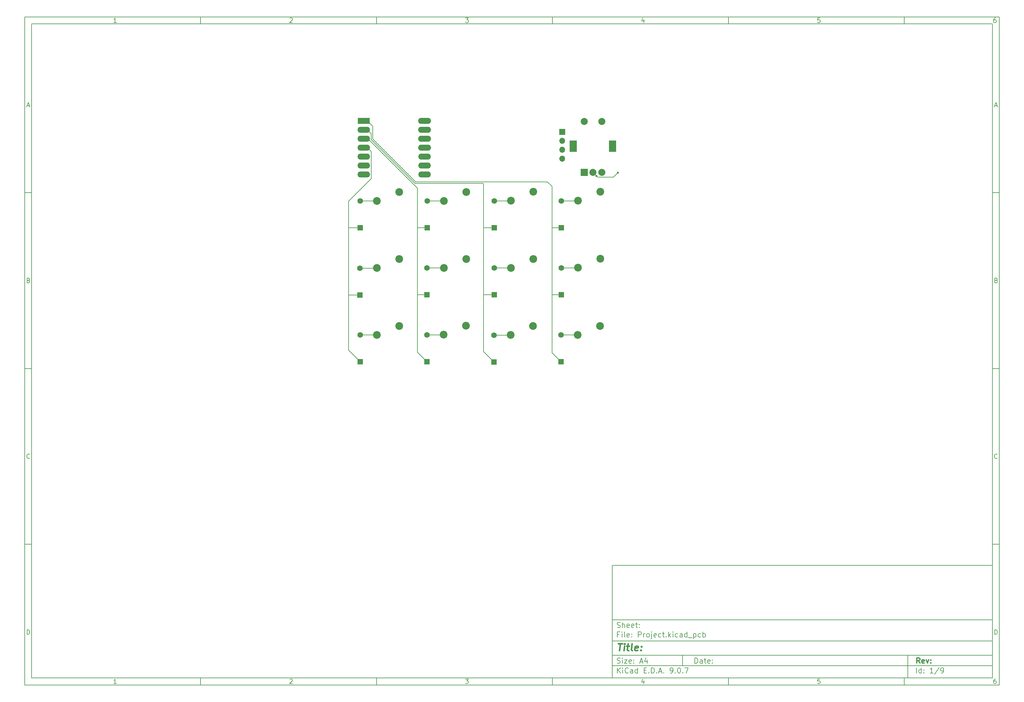
<source format=gtl>
%TF.GenerationSoftware,KiCad,Pcbnew,9.0.7*%
%TF.CreationDate,2026-02-26T16:53:45+05:30*%
%TF.ProjectId,Project,50726f6a-6563-4742-9e6b-696361645f70,rev?*%
%TF.SameCoordinates,Original*%
%TF.FileFunction,Copper,L1,Top*%
%TF.FilePolarity,Positive*%
%FSLAX46Y46*%
G04 Gerber Fmt 4.6, Leading zero omitted, Abs format (unit mm)*
G04 Created by KiCad (PCBNEW 9.0.7) date 2026-02-26 16:53:45*
%MOMM*%
%LPD*%
G01*
G04 APERTURE LIST*
G04 Aperture macros list*
%AMRoundRect*
0 Rectangle with rounded corners*
0 $1 Rounding radius*
0 $2 $3 $4 $5 $6 $7 $8 $9 X,Y pos of 4 corners*
0 Add a 4 corners polygon primitive as box body*
4,1,4,$2,$3,$4,$5,$6,$7,$8,$9,$2,$3,0*
0 Add four circle primitives for the rounded corners*
1,1,$1+$1,$2,$3*
1,1,$1+$1,$4,$5*
1,1,$1+$1,$6,$7*
1,1,$1+$1,$8,$9*
0 Add four rect primitives between the rounded corners*
20,1,$1+$1,$2,$3,$4,$5,0*
20,1,$1+$1,$4,$5,$6,$7,0*
20,1,$1+$1,$6,$7,$8,$9,0*
20,1,$1+$1,$8,$9,$2,$3,0*%
G04 Aperture macros list end*
%ADD10C,0.100000*%
%ADD11C,0.150000*%
%ADD12C,0.300000*%
%ADD13C,0.400000*%
%TA.AperFunction,ComponentPad*%
%ADD14C,1.600000*%
%TD*%
%TA.AperFunction,ComponentPad*%
%ADD15RoundRect,0.250000X0.550000X-0.550000X0.550000X0.550000X-0.550000X0.550000X-0.550000X-0.550000X0*%
%TD*%
%TA.AperFunction,ComponentPad*%
%ADD16C,2.200000*%
%TD*%
%TA.AperFunction,ComponentPad*%
%ADD17R,1.700000X1.700000*%
%TD*%
%TA.AperFunction,ComponentPad*%
%ADD18O,1.700000X1.700000*%
%TD*%
%TA.AperFunction,ComponentPad*%
%ADD19R,3.500000X1.700000*%
%TD*%
%TA.AperFunction,ComponentPad*%
%ADD20O,3.600000X1.700000*%
%TD*%
%TA.AperFunction,ComponentPad*%
%ADD21O,3.700000X1.700000*%
%TD*%
%TA.AperFunction,ComponentPad*%
%ADD22R,2.000000X2.000000*%
%TD*%
%TA.AperFunction,ComponentPad*%
%ADD23C,2.000000*%
%TD*%
%TA.AperFunction,ComponentPad*%
%ADD24R,2.000000X3.200000*%
%TD*%
%TA.AperFunction,ViaPad*%
%ADD25C,0.600000*%
%TD*%
%TA.AperFunction,Conductor*%
%ADD26C,0.200000*%
%TD*%
G04 APERTURE END LIST*
D10*
D11*
X177002200Y-166007200D02*
X285002200Y-166007200D01*
X285002200Y-198007200D01*
X177002200Y-198007200D01*
X177002200Y-166007200D01*
D10*
D11*
X10000000Y-10000000D02*
X287002200Y-10000000D01*
X287002200Y-200007200D01*
X10000000Y-200007200D01*
X10000000Y-10000000D01*
D10*
D11*
X12000000Y-12000000D02*
X285002200Y-12000000D01*
X285002200Y-198007200D01*
X12000000Y-198007200D01*
X12000000Y-12000000D01*
D10*
D11*
X60000000Y-12000000D02*
X60000000Y-10000000D01*
D10*
D11*
X110000000Y-12000000D02*
X110000000Y-10000000D01*
D10*
D11*
X160000000Y-12000000D02*
X160000000Y-10000000D01*
D10*
D11*
X210000000Y-12000000D02*
X210000000Y-10000000D01*
D10*
D11*
X260000000Y-12000000D02*
X260000000Y-10000000D01*
D10*
D11*
X36089160Y-11593604D02*
X35346303Y-11593604D01*
X35717731Y-11593604D02*
X35717731Y-10293604D01*
X35717731Y-10293604D02*
X35593922Y-10479319D01*
X35593922Y-10479319D02*
X35470112Y-10603128D01*
X35470112Y-10603128D02*
X35346303Y-10665033D01*
D10*
D11*
X85346303Y-10417414D02*
X85408207Y-10355509D01*
X85408207Y-10355509D02*
X85532017Y-10293604D01*
X85532017Y-10293604D02*
X85841541Y-10293604D01*
X85841541Y-10293604D02*
X85965350Y-10355509D01*
X85965350Y-10355509D02*
X86027255Y-10417414D01*
X86027255Y-10417414D02*
X86089160Y-10541223D01*
X86089160Y-10541223D02*
X86089160Y-10665033D01*
X86089160Y-10665033D02*
X86027255Y-10850747D01*
X86027255Y-10850747D02*
X85284398Y-11593604D01*
X85284398Y-11593604D02*
X86089160Y-11593604D01*
D10*
D11*
X135284398Y-10293604D02*
X136089160Y-10293604D01*
X136089160Y-10293604D02*
X135655826Y-10788842D01*
X135655826Y-10788842D02*
X135841541Y-10788842D01*
X135841541Y-10788842D02*
X135965350Y-10850747D01*
X135965350Y-10850747D02*
X136027255Y-10912652D01*
X136027255Y-10912652D02*
X136089160Y-11036461D01*
X136089160Y-11036461D02*
X136089160Y-11345985D01*
X136089160Y-11345985D02*
X136027255Y-11469795D01*
X136027255Y-11469795D02*
X135965350Y-11531700D01*
X135965350Y-11531700D02*
X135841541Y-11593604D01*
X135841541Y-11593604D02*
X135470112Y-11593604D01*
X135470112Y-11593604D02*
X135346303Y-11531700D01*
X135346303Y-11531700D02*
X135284398Y-11469795D01*
D10*
D11*
X185965350Y-10726938D02*
X185965350Y-11593604D01*
X185655826Y-10231700D02*
X185346303Y-11160271D01*
X185346303Y-11160271D02*
X186151064Y-11160271D01*
D10*
D11*
X236027255Y-10293604D02*
X235408207Y-10293604D01*
X235408207Y-10293604D02*
X235346303Y-10912652D01*
X235346303Y-10912652D02*
X235408207Y-10850747D01*
X235408207Y-10850747D02*
X235532017Y-10788842D01*
X235532017Y-10788842D02*
X235841541Y-10788842D01*
X235841541Y-10788842D02*
X235965350Y-10850747D01*
X235965350Y-10850747D02*
X236027255Y-10912652D01*
X236027255Y-10912652D02*
X236089160Y-11036461D01*
X236089160Y-11036461D02*
X236089160Y-11345985D01*
X236089160Y-11345985D02*
X236027255Y-11469795D01*
X236027255Y-11469795D02*
X235965350Y-11531700D01*
X235965350Y-11531700D02*
X235841541Y-11593604D01*
X235841541Y-11593604D02*
X235532017Y-11593604D01*
X235532017Y-11593604D02*
X235408207Y-11531700D01*
X235408207Y-11531700D02*
X235346303Y-11469795D01*
D10*
D11*
X285965350Y-10293604D02*
X285717731Y-10293604D01*
X285717731Y-10293604D02*
X285593922Y-10355509D01*
X285593922Y-10355509D02*
X285532017Y-10417414D01*
X285532017Y-10417414D02*
X285408207Y-10603128D01*
X285408207Y-10603128D02*
X285346303Y-10850747D01*
X285346303Y-10850747D02*
X285346303Y-11345985D01*
X285346303Y-11345985D02*
X285408207Y-11469795D01*
X285408207Y-11469795D02*
X285470112Y-11531700D01*
X285470112Y-11531700D02*
X285593922Y-11593604D01*
X285593922Y-11593604D02*
X285841541Y-11593604D01*
X285841541Y-11593604D02*
X285965350Y-11531700D01*
X285965350Y-11531700D02*
X286027255Y-11469795D01*
X286027255Y-11469795D02*
X286089160Y-11345985D01*
X286089160Y-11345985D02*
X286089160Y-11036461D01*
X286089160Y-11036461D02*
X286027255Y-10912652D01*
X286027255Y-10912652D02*
X285965350Y-10850747D01*
X285965350Y-10850747D02*
X285841541Y-10788842D01*
X285841541Y-10788842D02*
X285593922Y-10788842D01*
X285593922Y-10788842D02*
X285470112Y-10850747D01*
X285470112Y-10850747D02*
X285408207Y-10912652D01*
X285408207Y-10912652D02*
X285346303Y-11036461D01*
D10*
D11*
X60000000Y-198007200D02*
X60000000Y-200007200D01*
D10*
D11*
X110000000Y-198007200D02*
X110000000Y-200007200D01*
D10*
D11*
X160000000Y-198007200D02*
X160000000Y-200007200D01*
D10*
D11*
X210000000Y-198007200D02*
X210000000Y-200007200D01*
D10*
D11*
X260000000Y-198007200D02*
X260000000Y-200007200D01*
D10*
D11*
X36089160Y-199600804D02*
X35346303Y-199600804D01*
X35717731Y-199600804D02*
X35717731Y-198300804D01*
X35717731Y-198300804D02*
X35593922Y-198486519D01*
X35593922Y-198486519D02*
X35470112Y-198610328D01*
X35470112Y-198610328D02*
X35346303Y-198672233D01*
D10*
D11*
X85346303Y-198424614D02*
X85408207Y-198362709D01*
X85408207Y-198362709D02*
X85532017Y-198300804D01*
X85532017Y-198300804D02*
X85841541Y-198300804D01*
X85841541Y-198300804D02*
X85965350Y-198362709D01*
X85965350Y-198362709D02*
X86027255Y-198424614D01*
X86027255Y-198424614D02*
X86089160Y-198548423D01*
X86089160Y-198548423D02*
X86089160Y-198672233D01*
X86089160Y-198672233D02*
X86027255Y-198857947D01*
X86027255Y-198857947D02*
X85284398Y-199600804D01*
X85284398Y-199600804D02*
X86089160Y-199600804D01*
D10*
D11*
X135284398Y-198300804D02*
X136089160Y-198300804D01*
X136089160Y-198300804D02*
X135655826Y-198796042D01*
X135655826Y-198796042D02*
X135841541Y-198796042D01*
X135841541Y-198796042D02*
X135965350Y-198857947D01*
X135965350Y-198857947D02*
X136027255Y-198919852D01*
X136027255Y-198919852D02*
X136089160Y-199043661D01*
X136089160Y-199043661D02*
X136089160Y-199353185D01*
X136089160Y-199353185D02*
X136027255Y-199476995D01*
X136027255Y-199476995D02*
X135965350Y-199538900D01*
X135965350Y-199538900D02*
X135841541Y-199600804D01*
X135841541Y-199600804D02*
X135470112Y-199600804D01*
X135470112Y-199600804D02*
X135346303Y-199538900D01*
X135346303Y-199538900D02*
X135284398Y-199476995D01*
D10*
D11*
X185965350Y-198734138D02*
X185965350Y-199600804D01*
X185655826Y-198238900D02*
X185346303Y-199167471D01*
X185346303Y-199167471D02*
X186151064Y-199167471D01*
D10*
D11*
X236027255Y-198300804D02*
X235408207Y-198300804D01*
X235408207Y-198300804D02*
X235346303Y-198919852D01*
X235346303Y-198919852D02*
X235408207Y-198857947D01*
X235408207Y-198857947D02*
X235532017Y-198796042D01*
X235532017Y-198796042D02*
X235841541Y-198796042D01*
X235841541Y-198796042D02*
X235965350Y-198857947D01*
X235965350Y-198857947D02*
X236027255Y-198919852D01*
X236027255Y-198919852D02*
X236089160Y-199043661D01*
X236089160Y-199043661D02*
X236089160Y-199353185D01*
X236089160Y-199353185D02*
X236027255Y-199476995D01*
X236027255Y-199476995D02*
X235965350Y-199538900D01*
X235965350Y-199538900D02*
X235841541Y-199600804D01*
X235841541Y-199600804D02*
X235532017Y-199600804D01*
X235532017Y-199600804D02*
X235408207Y-199538900D01*
X235408207Y-199538900D02*
X235346303Y-199476995D01*
D10*
D11*
X285965350Y-198300804D02*
X285717731Y-198300804D01*
X285717731Y-198300804D02*
X285593922Y-198362709D01*
X285593922Y-198362709D02*
X285532017Y-198424614D01*
X285532017Y-198424614D02*
X285408207Y-198610328D01*
X285408207Y-198610328D02*
X285346303Y-198857947D01*
X285346303Y-198857947D02*
X285346303Y-199353185D01*
X285346303Y-199353185D02*
X285408207Y-199476995D01*
X285408207Y-199476995D02*
X285470112Y-199538900D01*
X285470112Y-199538900D02*
X285593922Y-199600804D01*
X285593922Y-199600804D02*
X285841541Y-199600804D01*
X285841541Y-199600804D02*
X285965350Y-199538900D01*
X285965350Y-199538900D02*
X286027255Y-199476995D01*
X286027255Y-199476995D02*
X286089160Y-199353185D01*
X286089160Y-199353185D02*
X286089160Y-199043661D01*
X286089160Y-199043661D02*
X286027255Y-198919852D01*
X286027255Y-198919852D02*
X285965350Y-198857947D01*
X285965350Y-198857947D02*
X285841541Y-198796042D01*
X285841541Y-198796042D02*
X285593922Y-198796042D01*
X285593922Y-198796042D02*
X285470112Y-198857947D01*
X285470112Y-198857947D02*
X285408207Y-198919852D01*
X285408207Y-198919852D02*
X285346303Y-199043661D01*
D10*
D11*
X10000000Y-60000000D02*
X12000000Y-60000000D01*
D10*
D11*
X10000000Y-110000000D02*
X12000000Y-110000000D01*
D10*
D11*
X10000000Y-160000000D02*
X12000000Y-160000000D01*
D10*
D11*
X10690476Y-35222176D02*
X11309523Y-35222176D01*
X10566666Y-35593604D02*
X10999999Y-34293604D01*
X10999999Y-34293604D02*
X11433333Y-35593604D01*
D10*
D11*
X11092857Y-84912652D02*
X11278571Y-84974557D01*
X11278571Y-84974557D02*
X11340476Y-85036461D01*
X11340476Y-85036461D02*
X11402380Y-85160271D01*
X11402380Y-85160271D02*
X11402380Y-85345985D01*
X11402380Y-85345985D02*
X11340476Y-85469795D01*
X11340476Y-85469795D02*
X11278571Y-85531700D01*
X11278571Y-85531700D02*
X11154761Y-85593604D01*
X11154761Y-85593604D02*
X10659523Y-85593604D01*
X10659523Y-85593604D02*
X10659523Y-84293604D01*
X10659523Y-84293604D02*
X11092857Y-84293604D01*
X11092857Y-84293604D02*
X11216666Y-84355509D01*
X11216666Y-84355509D02*
X11278571Y-84417414D01*
X11278571Y-84417414D02*
X11340476Y-84541223D01*
X11340476Y-84541223D02*
X11340476Y-84665033D01*
X11340476Y-84665033D02*
X11278571Y-84788842D01*
X11278571Y-84788842D02*
X11216666Y-84850747D01*
X11216666Y-84850747D02*
X11092857Y-84912652D01*
X11092857Y-84912652D02*
X10659523Y-84912652D01*
D10*
D11*
X11402380Y-135469795D02*
X11340476Y-135531700D01*
X11340476Y-135531700D02*
X11154761Y-135593604D01*
X11154761Y-135593604D02*
X11030952Y-135593604D01*
X11030952Y-135593604D02*
X10845238Y-135531700D01*
X10845238Y-135531700D02*
X10721428Y-135407890D01*
X10721428Y-135407890D02*
X10659523Y-135284080D01*
X10659523Y-135284080D02*
X10597619Y-135036461D01*
X10597619Y-135036461D02*
X10597619Y-134850747D01*
X10597619Y-134850747D02*
X10659523Y-134603128D01*
X10659523Y-134603128D02*
X10721428Y-134479319D01*
X10721428Y-134479319D02*
X10845238Y-134355509D01*
X10845238Y-134355509D02*
X11030952Y-134293604D01*
X11030952Y-134293604D02*
X11154761Y-134293604D01*
X11154761Y-134293604D02*
X11340476Y-134355509D01*
X11340476Y-134355509D02*
X11402380Y-134417414D01*
D10*
D11*
X10659523Y-185593604D02*
X10659523Y-184293604D01*
X10659523Y-184293604D02*
X10969047Y-184293604D01*
X10969047Y-184293604D02*
X11154761Y-184355509D01*
X11154761Y-184355509D02*
X11278571Y-184479319D01*
X11278571Y-184479319D02*
X11340476Y-184603128D01*
X11340476Y-184603128D02*
X11402380Y-184850747D01*
X11402380Y-184850747D02*
X11402380Y-185036461D01*
X11402380Y-185036461D02*
X11340476Y-185284080D01*
X11340476Y-185284080D02*
X11278571Y-185407890D01*
X11278571Y-185407890D02*
X11154761Y-185531700D01*
X11154761Y-185531700D02*
X10969047Y-185593604D01*
X10969047Y-185593604D02*
X10659523Y-185593604D01*
D10*
D11*
X287002200Y-60000000D02*
X285002200Y-60000000D01*
D10*
D11*
X287002200Y-110000000D02*
X285002200Y-110000000D01*
D10*
D11*
X287002200Y-160000000D02*
X285002200Y-160000000D01*
D10*
D11*
X285692676Y-35222176D02*
X286311723Y-35222176D01*
X285568866Y-35593604D02*
X286002199Y-34293604D01*
X286002199Y-34293604D02*
X286435533Y-35593604D01*
D10*
D11*
X286095057Y-84912652D02*
X286280771Y-84974557D01*
X286280771Y-84974557D02*
X286342676Y-85036461D01*
X286342676Y-85036461D02*
X286404580Y-85160271D01*
X286404580Y-85160271D02*
X286404580Y-85345985D01*
X286404580Y-85345985D02*
X286342676Y-85469795D01*
X286342676Y-85469795D02*
X286280771Y-85531700D01*
X286280771Y-85531700D02*
X286156961Y-85593604D01*
X286156961Y-85593604D02*
X285661723Y-85593604D01*
X285661723Y-85593604D02*
X285661723Y-84293604D01*
X285661723Y-84293604D02*
X286095057Y-84293604D01*
X286095057Y-84293604D02*
X286218866Y-84355509D01*
X286218866Y-84355509D02*
X286280771Y-84417414D01*
X286280771Y-84417414D02*
X286342676Y-84541223D01*
X286342676Y-84541223D02*
X286342676Y-84665033D01*
X286342676Y-84665033D02*
X286280771Y-84788842D01*
X286280771Y-84788842D02*
X286218866Y-84850747D01*
X286218866Y-84850747D02*
X286095057Y-84912652D01*
X286095057Y-84912652D02*
X285661723Y-84912652D01*
D10*
D11*
X286404580Y-135469795D02*
X286342676Y-135531700D01*
X286342676Y-135531700D02*
X286156961Y-135593604D01*
X286156961Y-135593604D02*
X286033152Y-135593604D01*
X286033152Y-135593604D02*
X285847438Y-135531700D01*
X285847438Y-135531700D02*
X285723628Y-135407890D01*
X285723628Y-135407890D02*
X285661723Y-135284080D01*
X285661723Y-135284080D02*
X285599819Y-135036461D01*
X285599819Y-135036461D02*
X285599819Y-134850747D01*
X285599819Y-134850747D02*
X285661723Y-134603128D01*
X285661723Y-134603128D02*
X285723628Y-134479319D01*
X285723628Y-134479319D02*
X285847438Y-134355509D01*
X285847438Y-134355509D02*
X286033152Y-134293604D01*
X286033152Y-134293604D02*
X286156961Y-134293604D01*
X286156961Y-134293604D02*
X286342676Y-134355509D01*
X286342676Y-134355509D02*
X286404580Y-134417414D01*
D10*
D11*
X285661723Y-185593604D02*
X285661723Y-184293604D01*
X285661723Y-184293604D02*
X285971247Y-184293604D01*
X285971247Y-184293604D02*
X286156961Y-184355509D01*
X286156961Y-184355509D02*
X286280771Y-184479319D01*
X286280771Y-184479319D02*
X286342676Y-184603128D01*
X286342676Y-184603128D02*
X286404580Y-184850747D01*
X286404580Y-184850747D02*
X286404580Y-185036461D01*
X286404580Y-185036461D02*
X286342676Y-185284080D01*
X286342676Y-185284080D02*
X286280771Y-185407890D01*
X286280771Y-185407890D02*
X286156961Y-185531700D01*
X286156961Y-185531700D02*
X285971247Y-185593604D01*
X285971247Y-185593604D02*
X285661723Y-185593604D01*
D10*
D11*
X200458026Y-193793328D02*
X200458026Y-192293328D01*
X200458026Y-192293328D02*
X200815169Y-192293328D01*
X200815169Y-192293328D02*
X201029455Y-192364757D01*
X201029455Y-192364757D02*
X201172312Y-192507614D01*
X201172312Y-192507614D02*
X201243741Y-192650471D01*
X201243741Y-192650471D02*
X201315169Y-192936185D01*
X201315169Y-192936185D02*
X201315169Y-193150471D01*
X201315169Y-193150471D02*
X201243741Y-193436185D01*
X201243741Y-193436185D02*
X201172312Y-193579042D01*
X201172312Y-193579042D02*
X201029455Y-193721900D01*
X201029455Y-193721900D02*
X200815169Y-193793328D01*
X200815169Y-193793328D02*
X200458026Y-193793328D01*
X202600884Y-193793328D02*
X202600884Y-193007614D01*
X202600884Y-193007614D02*
X202529455Y-192864757D01*
X202529455Y-192864757D02*
X202386598Y-192793328D01*
X202386598Y-192793328D02*
X202100884Y-192793328D01*
X202100884Y-192793328D02*
X201958026Y-192864757D01*
X202600884Y-193721900D02*
X202458026Y-193793328D01*
X202458026Y-193793328D02*
X202100884Y-193793328D01*
X202100884Y-193793328D02*
X201958026Y-193721900D01*
X201958026Y-193721900D02*
X201886598Y-193579042D01*
X201886598Y-193579042D02*
X201886598Y-193436185D01*
X201886598Y-193436185D02*
X201958026Y-193293328D01*
X201958026Y-193293328D02*
X202100884Y-193221900D01*
X202100884Y-193221900D02*
X202458026Y-193221900D01*
X202458026Y-193221900D02*
X202600884Y-193150471D01*
X203100884Y-192793328D02*
X203672312Y-192793328D01*
X203315169Y-192293328D02*
X203315169Y-193579042D01*
X203315169Y-193579042D02*
X203386598Y-193721900D01*
X203386598Y-193721900D02*
X203529455Y-193793328D01*
X203529455Y-193793328D02*
X203672312Y-193793328D01*
X204743741Y-193721900D02*
X204600884Y-193793328D01*
X204600884Y-193793328D02*
X204315170Y-193793328D01*
X204315170Y-193793328D02*
X204172312Y-193721900D01*
X204172312Y-193721900D02*
X204100884Y-193579042D01*
X204100884Y-193579042D02*
X204100884Y-193007614D01*
X204100884Y-193007614D02*
X204172312Y-192864757D01*
X204172312Y-192864757D02*
X204315170Y-192793328D01*
X204315170Y-192793328D02*
X204600884Y-192793328D01*
X204600884Y-192793328D02*
X204743741Y-192864757D01*
X204743741Y-192864757D02*
X204815170Y-193007614D01*
X204815170Y-193007614D02*
X204815170Y-193150471D01*
X204815170Y-193150471D02*
X204100884Y-193293328D01*
X205458026Y-193650471D02*
X205529455Y-193721900D01*
X205529455Y-193721900D02*
X205458026Y-193793328D01*
X205458026Y-193793328D02*
X205386598Y-193721900D01*
X205386598Y-193721900D02*
X205458026Y-193650471D01*
X205458026Y-193650471D02*
X205458026Y-193793328D01*
X205458026Y-192864757D02*
X205529455Y-192936185D01*
X205529455Y-192936185D02*
X205458026Y-193007614D01*
X205458026Y-193007614D02*
X205386598Y-192936185D01*
X205386598Y-192936185D02*
X205458026Y-192864757D01*
X205458026Y-192864757D02*
X205458026Y-193007614D01*
D10*
D11*
X177002200Y-194507200D02*
X285002200Y-194507200D01*
D10*
D11*
X178458026Y-196593328D02*
X178458026Y-195093328D01*
X179315169Y-196593328D02*
X178672312Y-195736185D01*
X179315169Y-195093328D02*
X178458026Y-195950471D01*
X179958026Y-196593328D02*
X179958026Y-195593328D01*
X179958026Y-195093328D02*
X179886598Y-195164757D01*
X179886598Y-195164757D02*
X179958026Y-195236185D01*
X179958026Y-195236185D02*
X180029455Y-195164757D01*
X180029455Y-195164757D02*
X179958026Y-195093328D01*
X179958026Y-195093328D02*
X179958026Y-195236185D01*
X181529455Y-196450471D02*
X181458027Y-196521900D01*
X181458027Y-196521900D02*
X181243741Y-196593328D01*
X181243741Y-196593328D02*
X181100884Y-196593328D01*
X181100884Y-196593328D02*
X180886598Y-196521900D01*
X180886598Y-196521900D02*
X180743741Y-196379042D01*
X180743741Y-196379042D02*
X180672312Y-196236185D01*
X180672312Y-196236185D02*
X180600884Y-195950471D01*
X180600884Y-195950471D02*
X180600884Y-195736185D01*
X180600884Y-195736185D02*
X180672312Y-195450471D01*
X180672312Y-195450471D02*
X180743741Y-195307614D01*
X180743741Y-195307614D02*
X180886598Y-195164757D01*
X180886598Y-195164757D02*
X181100884Y-195093328D01*
X181100884Y-195093328D02*
X181243741Y-195093328D01*
X181243741Y-195093328D02*
X181458027Y-195164757D01*
X181458027Y-195164757D02*
X181529455Y-195236185D01*
X182815170Y-196593328D02*
X182815170Y-195807614D01*
X182815170Y-195807614D02*
X182743741Y-195664757D01*
X182743741Y-195664757D02*
X182600884Y-195593328D01*
X182600884Y-195593328D02*
X182315170Y-195593328D01*
X182315170Y-195593328D02*
X182172312Y-195664757D01*
X182815170Y-196521900D02*
X182672312Y-196593328D01*
X182672312Y-196593328D02*
X182315170Y-196593328D01*
X182315170Y-196593328D02*
X182172312Y-196521900D01*
X182172312Y-196521900D02*
X182100884Y-196379042D01*
X182100884Y-196379042D02*
X182100884Y-196236185D01*
X182100884Y-196236185D02*
X182172312Y-196093328D01*
X182172312Y-196093328D02*
X182315170Y-196021900D01*
X182315170Y-196021900D02*
X182672312Y-196021900D01*
X182672312Y-196021900D02*
X182815170Y-195950471D01*
X184172313Y-196593328D02*
X184172313Y-195093328D01*
X184172313Y-196521900D02*
X184029455Y-196593328D01*
X184029455Y-196593328D02*
X183743741Y-196593328D01*
X183743741Y-196593328D02*
X183600884Y-196521900D01*
X183600884Y-196521900D02*
X183529455Y-196450471D01*
X183529455Y-196450471D02*
X183458027Y-196307614D01*
X183458027Y-196307614D02*
X183458027Y-195879042D01*
X183458027Y-195879042D02*
X183529455Y-195736185D01*
X183529455Y-195736185D02*
X183600884Y-195664757D01*
X183600884Y-195664757D02*
X183743741Y-195593328D01*
X183743741Y-195593328D02*
X184029455Y-195593328D01*
X184029455Y-195593328D02*
X184172313Y-195664757D01*
X186029455Y-195807614D02*
X186529455Y-195807614D01*
X186743741Y-196593328D02*
X186029455Y-196593328D01*
X186029455Y-196593328D02*
X186029455Y-195093328D01*
X186029455Y-195093328D02*
X186743741Y-195093328D01*
X187386598Y-196450471D02*
X187458027Y-196521900D01*
X187458027Y-196521900D02*
X187386598Y-196593328D01*
X187386598Y-196593328D02*
X187315170Y-196521900D01*
X187315170Y-196521900D02*
X187386598Y-196450471D01*
X187386598Y-196450471D02*
X187386598Y-196593328D01*
X188100884Y-196593328D02*
X188100884Y-195093328D01*
X188100884Y-195093328D02*
X188458027Y-195093328D01*
X188458027Y-195093328D02*
X188672313Y-195164757D01*
X188672313Y-195164757D02*
X188815170Y-195307614D01*
X188815170Y-195307614D02*
X188886599Y-195450471D01*
X188886599Y-195450471D02*
X188958027Y-195736185D01*
X188958027Y-195736185D02*
X188958027Y-195950471D01*
X188958027Y-195950471D02*
X188886599Y-196236185D01*
X188886599Y-196236185D02*
X188815170Y-196379042D01*
X188815170Y-196379042D02*
X188672313Y-196521900D01*
X188672313Y-196521900D02*
X188458027Y-196593328D01*
X188458027Y-196593328D02*
X188100884Y-196593328D01*
X189600884Y-196450471D02*
X189672313Y-196521900D01*
X189672313Y-196521900D02*
X189600884Y-196593328D01*
X189600884Y-196593328D02*
X189529456Y-196521900D01*
X189529456Y-196521900D02*
X189600884Y-196450471D01*
X189600884Y-196450471D02*
X189600884Y-196593328D01*
X190243742Y-196164757D02*
X190958028Y-196164757D01*
X190100885Y-196593328D02*
X190600885Y-195093328D01*
X190600885Y-195093328D02*
X191100885Y-196593328D01*
X191600884Y-196450471D02*
X191672313Y-196521900D01*
X191672313Y-196521900D02*
X191600884Y-196593328D01*
X191600884Y-196593328D02*
X191529456Y-196521900D01*
X191529456Y-196521900D02*
X191600884Y-196450471D01*
X191600884Y-196450471D02*
X191600884Y-196593328D01*
X193529456Y-196593328D02*
X193815170Y-196593328D01*
X193815170Y-196593328D02*
X193958027Y-196521900D01*
X193958027Y-196521900D02*
X194029456Y-196450471D01*
X194029456Y-196450471D02*
X194172313Y-196236185D01*
X194172313Y-196236185D02*
X194243742Y-195950471D01*
X194243742Y-195950471D02*
X194243742Y-195379042D01*
X194243742Y-195379042D02*
X194172313Y-195236185D01*
X194172313Y-195236185D02*
X194100885Y-195164757D01*
X194100885Y-195164757D02*
X193958027Y-195093328D01*
X193958027Y-195093328D02*
X193672313Y-195093328D01*
X193672313Y-195093328D02*
X193529456Y-195164757D01*
X193529456Y-195164757D02*
X193458027Y-195236185D01*
X193458027Y-195236185D02*
X193386599Y-195379042D01*
X193386599Y-195379042D02*
X193386599Y-195736185D01*
X193386599Y-195736185D02*
X193458027Y-195879042D01*
X193458027Y-195879042D02*
X193529456Y-195950471D01*
X193529456Y-195950471D02*
X193672313Y-196021900D01*
X193672313Y-196021900D02*
X193958027Y-196021900D01*
X193958027Y-196021900D02*
X194100885Y-195950471D01*
X194100885Y-195950471D02*
X194172313Y-195879042D01*
X194172313Y-195879042D02*
X194243742Y-195736185D01*
X194886598Y-196450471D02*
X194958027Y-196521900D01*
X194958027Y-196521900D02*
X194886598Y-196593328D01*
X194886598Y-196593328D02*
X194815170Y-196521900D01*
X194815170Y-196521900D02*
X194886598Y-196450471D01*
X194886598Y-196450471D02*
X194886598Y-196593328D01*
X195886599Y-195093328D02*
X196029456Y-195093328D01*
X196029456Y-195093328D02*
X196172313Y-195164757D01*
X196172313Y-195164757D02*
X196243742Y-195236185D01*
X196243742Y-195236185D02*
X196315170Y-195379042D01*
X196315170Y-195379042D02*
X196386599Y-195664757D01*
X196386599Y-195664757D02*
X196386599Y-196021900D01*
X196386599Y-196021900D02*
X196315170Y-196307614D01*
X196315170Y-196307614D02*
X196243742Y-196450471D01*
X196243742Y-196450471D02*
X196172313Y-196521900D01*
X196172313Y-196521900D02*
X196029456Y-196593328D01*
X196029456Y-196593328D02*
X195886599Y-196593328D01*
X195886599Y-196593328D02*
X195743742Y-196521900D01*
X195743742Y-196521900D02*
X195672313Y-196450471D01*
X195672313Y-196450471D02*
X195600884Y-196307614D01*
X195600884Y-196307614D02*
X195529456Y-196021900D01*
X195529456Y-196021900D02*
X195529456Y-195664757D01*
X195529456Y-195664757D02*
X195600884Y-195379042D01*
X195600884Y-195379042D02*
X195672313Y-195236185D01*
X195672313Y-195236185D02*
X195743742Y-195164757D01*
X195743742Y-195164757D02*
X195886599Y-195093328D01*
X197029455Y-196450471D02*
X197100884Y-196521900D01*
X197100884Y-196521900D02*
X197029455Y-196593328D01*
X197029455Y-196593328D02*
X196958027Y-196521900D01*
X196958027Y-196521900D02*
X197029455Y-196450471D01*
X197029455Y-196450471D02*
X197029455Y-196593328D01*
X197600884Y-195093328D02*
X198600884Y-195093328D01*
X198600884Y-195093328D02*
X197958027Y-196593328D01*
D10*
D11*
X177002200Y-191507200D02*
X285002200Y-191507200D01*
D10*
D12*
X264413853Y-193785528D02*
X263913853Y-193071242D01*
X263556710Y-193785528D02*
X263556710Y-192285528D01*
X263556710Y-192285528D02*
X264128139Y-192285528D01*
X264128139Y-192285528D02*
X264270996Y-192356957D01*
X264270996Y-192356957D02*
X264342425Y-192428385D01*
X264342425Y-192428385D02*
X264413853Y-192571242D01*
X264413853Y-192571242D02*
X264413853Y-192785528D01*
X264413853Y-192785528D02*
X264342425Y-192928385D01*
X264342425Y-192928385D02*
X264270996Y-192999814D01*
X264270996Y-192999814D02*
X264128139Y-193071242D01*
X264128139Y-193071242D02*
X263556710Y-193071242D01*
X265628139Y-193714100D02*
X265485282Y-193785528D01*
X265485282Y-193785528D02*
X265199568Y-193785528D01*
X265199568Y-193785528D02*
X265056710Y-193714100D01*
X265056710Y-193714100D02*
X264985282Y-193571242D01*
X264985282Y-193571242D02*
X264985282Y-192999814D01*
X264985282Y-192999814D02*
X265056710Y-192856957D01*
X265056710Y-192856957D02*
X265199568Y-192785528D01*
X265199568Y-192785528D02*
X265485282Y-192785528D01*
X265485282Y-192785528D02*
X265628139Y-192856957D01*
X265628139Y-192856957D02*
X265699568Y-192999814D01*
X265699568Y-192999814D02*
X265699568Y-193142671D01*
X265699568Y-193142671D02*
X264985282Y-193285528D01*
X266199567Y-192785528D02*
X266556710Y-193785528D01*
X266556710Y-193785528D02*
X266913853Y-192785528D01*
X267485281Y-193642671D02*
X267556710Y-193714100D01*
X267556710Y-193714100D02*
X267485281Y-193785528D01*
X267485281Y-193785528D02*
X267413853Y-193714100D01*
X267413853Y-193714100D02*
X267485281Y-193642671D01*
X267485281Y-193642671D02*
X267485281Y-193785528D01*
X267485281Y-192856957D02*
X267556710Y-192928385D01*
X267556710Y-192928385D02*
X267485281Y-192999814D01*
X267485281Y-192999814D02*
X267413853Y-192928385D01*
X267413853Y-192928385D02*
X267485281Y-192856957D01*
X267485281Y-192856957D02*
X267485281Y-192999814D01*
D10*
D11*
X178386598Y-193721900D02*
X178600884Y-193793328D01*
X178600884Y-193793328D02*
X178958026Y-193793328D01*
X178958026Y-193793328D02*
X179100884Y-193721900D01*
X179100884Y-193721900D02*
X179172312Y-193650471D01*
X179172312Y-193650471D02*
X179243741Y-193507614D01*
X179243741Y-193507614D02*
X179243741Y-193364757D01*
X179243741Y-193364757D02*
X179172312Y-193221900D01*
X179172312Y-193221900D02*
X179100884Y-193150471D01*
X179100884Y-193150471D02*
X178958026Y-193079042D01*
X178958026Y-193079042D02*
X178672312Y-193007614D01*
X178672312Y-193007614D02*
X178529455Y-192936185D01*
X178529455Y-192936185D02*
X178458026Y-192864757D01*
X178458026Y-192864757D02*
X178386598Y-192721900D01*
X178386598Y-192721900D02*
X178386598Y-192579042D01*
X178386598Y-192579042D02*
X178458026Y-192436185D01*
X178458026Y-192436185D02*
X178529455Y-192364757D01*
X178529455Y-192364757D02*
X178672312Y-192293328D01*
X178672312Y-192293328D02*
X179029455Y-192293328D01*
X179029455Y-192293328D02*
X179243741Y-192364757D01*
X179886597Y-193793328D02*
X179886597Y-192793328D01*
X179886597Y-192293328D02*
X179815169Y-192364757D01*
X179815169Y-192364757D02*
X179886597Y-192436185D01*
X179886597Y-192436185D02*
X179958026Y-192364757D01*
X179958026Y-192364757D02*
X179886597Y-192293328D01*
X179886597Y-192293328D02*
X179886597Y-192436185D01*
X180458026Y-192793328D02*
X181243741Y-192793328D01*
X181243741Y-192793328D02*
X180458026Y-193793328D01*
X180458026Y-193793328D02*
X181243741Y-193793328D01*
X182386598Y-193721900D02*
X182243741Y-193793328D01*
X182243741Y-193793328D02*
X181958027Y-193793328D01*
X181958027Y-193793328D02*
X181815169Y-193721900D01*
X181815169Y-193721900D02*
X181743741Y-193579042D01*
X181743741Y-193579042D02*
X181743741Y-193007614D01*
X181743741Y-193007614D02*
X181815169Y-192864757D01*
X181815169Y-192864757D02*
X181958027Y-192793328D01*
X181958027Y-192793328D02*
X182243741Y-192793328D01*
X182243741Y-192793328D02*
X182386598Y-192864757D01*
X182386598Y-192864757D02*
X182458027Y-193007614D01*
X182458027Y-193007614D02*
X182458027Y-193150471D01*
X182458027Y-193150471D02*
X181743741Y-193293328D01*
X183100883Y-193650471D02*
X183172312Y-193721900D01*
X183172312Y-193721900D02*
X183100883Y-193793328D01*
X183100883Y-193793328D02*
X183029455Y-193721900D01*
X183029455Y-193721900D02*
X183100883Y-193650471D01*
X183100883Y-193650471D02*
X183100883Y-193793328D01*
X183100883Y-192864757D02*
X183172312Y-192936185D01*
X183172312Y-192936185D02*
X183100883Y-193007614D01*
X183100883Y-193007614D02*
X183029455Y-192936185D01*
X183029455Y-192936185D02*
X183100883Y-192864757D01*
X183100883Y-192864757D02*
X183100883Y-193007614D01*
X184886598Y-193364757D02*
X185600884Y-193364757D01*
X184743741Y-193793328D02*
X185243741Y-192293328D01*
X185243741Y-192293328D02*
X185743741Y-193793328D01*
X186886598Y-192793328D02*
X186886598Y-193793328D01*
X186529455Y-192221900D02*
X186172312Y-193293328D01*
X186172312Y-193293328D02*
X187100883Y-193293328D01*
D10*
D11*
X263458026Y-196593328D02*
X263458026Y-195093328D01*
X264815170Y-196593328D02*
X264815170Y-195093328D01*
X264815170Y-196521900D02*
X264672312Y-196593328D01*
X264672312Y-196593328D02*
X264386598Y-196593328D01*
X264386598Y-196593328D02*
X264243741Y-196521900D01*
X264243741Y-196521900D02*
X264172312Y-196450471D01*
X264172312Y-196450471D02*
X264100884Y-196307614D01*
X264100884Y-196307614D02*
X264100884Y-195879042D01*
X264100884Y-195879042D02*
X264172312Y-195736185D01*
X264172312Y-195736185D02*
X264243741Y-195664757D01*
X264243741Y-195664757D02*
X264386598Y-195593328D01*
X264386598Y-195593328D02*
X264672312Y-195593328D01*
X264672312Y-195593328D02*
X264815170Y-195664757D01*
X265529455Y-196450471D02*
X265600884Y-196521900D01*
X265600884Y-196521900D02*
X265529455Y-196593328D01*
X265529455Y-196593328D02*
X265458027Y-196521900D01*
X265458027Y-196521900D02*
X265529455Y-196450471D01*
X265529455Y-196450471D02*
X265529455Y-196593328D01*
X265529455Y-195664757D02*
X265600884Y-195736185D01*
X265600884Y-195736185D02*
X265529455Y-195807614D01*
X265529455Y-195807614D02*
X265458027Y-195736185D01*
X265458027Y-195736185D02*
X265529455Y-195664757D01*
X265529455Y-195664757D02*
X265529455Y-195807614D01*
X268172313Y-196593328D02*
X267315170Y-196593328D01*
X267743741Y-196593328D02*
X267743741Y-195093328D01*
X267743741Y-195093328D02*
X267600884Y-195307614D01*
X267600884Y-195307614D02*
X267458027Y-195450471D01*
X267458027Y-195450471D02*
X267315170Y-195521900D01*
X269886598Y-195021900D02*
X268600884Y-196950471D01*
X270458027Y-196593328D02*
X270743741Y-196593328D01*
X270743741Y-196593328D02*
X270886598Y-196521900D01*
X270886598Y-196521900D02*
X270958027Y-196450471D01*
X270958027Y-196450471D02*
X271100884Y-196236185D01*
X271100884Y-196236185D02*
X271172313Y-195950471D01*
X271172313Y-195950471D02*
X271172313Y-195379042D01*
X271172313Y-195379042D02*
X271100884Y-195236185D01*
X271100884Y-195236185D02*
X271029456Y-195164757D01*
X271029456Y-195164757D02*
X270886598Y-195093328D01*
X270886598Y-195093328D02*
X270600884Y-195093328D01*
X270600884Y-195093328D02*
X270458027Y-195164757D01*
X270458027Y-195164757D02*
X270386598Y-195236185D01*
X270386598Y-195236185D02*
X270315170Y-195379042D01*
X270315170Y-195379042D02*
X270315170Y-195736185D01*
X270315170Y-195736185D02*
X270386598Y-195879042D01*
X270386598Y-195879042D02*
X270458027Y-195950471D01*
X270458027Y-195950471D02*
X270600884Y-196021900D01*
X270600884Y-196021900D02*
X270886598Y-196021900D01*
X270886598Y-196021900D02*
X271029456Y-195950471D01*
X271029456Y-195950471D02*
X271100884Y-195879042D01*
X271100884Y-195879042D02*
X271172313Y-195736185D01*
D10*
D11*
X177002200Y-187507200D02*
X285002200Y-187507200D01*
D10*
D13*
X178693928Y-188211638D02*
X179836785Y-188211638D01*
X179015357Y-190211638D02*
X179265357Y-188211638D01*
X180253452Y-190211638D02*
X180420119Y-188878304D01*
X180503452Y-188211638D02*
X180396309Y-188306876D01*
X180396309Y-188306876D02*
X180479643Y-188402114D01*
X180479643Y-188402114D02*
X180586786Y-188306876D01*
X180586786Y-188306876D02*
X180503452Y-188211638D01*
X180503452Y-188211638D02*
X180479643Y-188402114D01*
X181086786Y-188878304D02*
X181848690Y-188878304D01*
X181455833Y-188211638D02*
X181241548Y-189925923D01*
X181241548Y-189925923D02*
X181312976Y-190116400D01*
X181312976Y-190116400D02*
X181491548Y-190211638D01*
X181491548Y-190211638D02*
X181682024Y-190211638D01*
X182634405Y-190211638D02*
X182455833Y-190116400D01*
X182455833Y-190116400D02*
X182384405Y-189925923D01*
X182384405Y-189925923D02*
X182598690Y-188211638D01*
X184170119Y-190116400D02*
X183967738Y-190211638D01*
X183967738Y-190211638D02*
X183586785Y-190211638D01*
X183586785Y-190211638D02*
X183408214Y-190116400D01*
X183408214Y-190116400D02*
X183336785Y-189925923D01*
X183336785Y-189925923D02*
X183432024Y-189164019D01*
X183432024Y-189164019D02*
X183551071Y-188973542D01*
X183551071Y-188973542D02*
X183753452Y-188878304D01*
X183753452Y-188878304D02*
X184134404Y-188878304D01*
X184134404Y-188878304D02*
X184312976Y-188973542D01*
X184312976Y-188973542D02*
X184384404Y-189164019D01*
X184384404Y-189164019D02*
X184360595Y-189354495D01*
X184360595Y-189354495D02*
X183384404Y-189544971D01*
X185134405Y-190021161D02*
X185217738Y-190116400D01*
X185217738Y-190116400D02*
X185110595Y-190211638D01*
X185110595Y-190211638D02*
X185027262Y-190116400D01*
X185027262Y-190116400D02*
X185134405Y-190021161D01*
X185134405Y-190021161D02*
X185110595Y-190211638D01*
X185265357Y-188973542D02*
X185348690Y-189068780D01*
X185348690Y-189068780D02*
X185241548Y-189164019D01*
X185241548Y-189164019D02*
X185158214Y-189068780D01*
X185158214Y-189068780D02*
X185265357Y-188973542D01*
X185265357Y-188973542D02*
X185241548Y-189164019D01*
D10*
D11*
X178958026Y-185607614D02*
X178458026Y-185607614D01*
X178458026Y-186393328D02*
X178458026Y-184893328D01*
X178458026Y-184893328D02*
X179172312Y-184893328D01*
X179743740Y-186393328D02*
X179743740Y-185393328D01*
X179743740Y-184893328D02*
X179672312Y-184964757D01*
X179672312Y-184964757D02*
X179743740Y-185036185D01*
X179743740Y-185036185D02*
X179815169Y-184964757D01*
X179815169Y-184964757D02*
X179743740Y-184893328D01*
X179743740Y-184893328D02*
X179743740Y-185036185D01*
X180672312Y-186393328D02*
X180529455Y-186321900D01*
X180529455Y-186321900D02*
X180458026Y-186179042D01*
X180458026Y-186179042D02*
X180458026Y-184893328D01*
X181815169Y-186321900D02*
X181672312Y-186393328D01*
X181672312Y-186393328D02*
X181386598Y-186393328D01*
X181386598Y-186393328D02*
X181243740Y-186321900D01*
X181243740Y-186321900D02*
X181172312Y-186179042D01*
X181172312Y-186179042D02*
X181172312Y-185607614D01*
X181172312Y-185607614D02*
X181243740Y-185464757D01*
X181243740Y-185464757D02*
X181386598Y-185393328D01*
X181386598Y-185393328D02*
X181672312Y-185393328D01*
X181672312Y-185393328D02*
X181815169Y-185464757D01*
X181815169Y-185464757D02*
X181886598Y-185607614D01*
X181886598Y-185607614D02*
X181886598Y-185750471D01*
X181886598Y-185750471D02*
X181172312Y-185893328D01*
X182529454Y-186250471D02*
X182600883Y-186321900D01*
X182600883Y-186321900D02*
X182529454Y-186393328D01*
X182529454Y-186393328D02*
X182458026Y-186321900D01*
X182458026Y-186321900D02*
X182529454Y-186250471D01*
X182529454Y-186250471D02*
X182529454Y-186393328D01*
X182529454Y-185464757D02*
X182600883Y-185536185D01*
X182600883Y-185536185D02*
X182529454Y-185607614D01*
X182529454Y-185607614D02*
X182458026Y-185536185D01*
X182458026Y-185536185D02*
X182529454Y-185464757D01*
X182529454Y-185464757D02*
X182529454Y-185607614D01*
X184386597Y-186393328D02*
X184386597Y-184893328D01*
X184386597Y-184893328D02*
X184958026Y-184893328D01*
X184958026Y-184893328D02*
X185100883Y-184964757D01*
X185100883Y-184964757D02*
X185172312Y-185036185D01*
X185172312Y-185036185D02*
X185243740Y-185179042D01*
X185243740Y-185179042D02*
X185243740Y-185393328D01*
X185243740Y-185393328D02*
X185172312Y-185536185D01*
X185172312Y-185536185D02*
X185100883Y-185607614D01*
X185100883Y-185607614D02*
X184958026Y-185679042D01*
X184958026Y-185679042D02*
X184386597Y-185679042D01*
X185886597Y-186393328D02*
X185886597Y-185393328D01*
X185886597Y-185679042D02*
X185958026Y-185536185D01*
X185958026Y-185536185D02*
X186029455Y-185464757D01*
X186029455Y-185464757D02*
X186172312Y-185393328D01*
X186172312Y-185393328D02*
X186315169Y-185393328D01*
X187029454Y-186393328D02*
X186886597Y-186321900D01*
X186886597Y-186321900D02*
X186815168Y-186250471D01*
X186815168Y-186250471D02*
X186743740Y-186107614D01*
X186743740Y-186107614D02*
X186743740Y-185679042D01*
X186743740Y-185679042D02*
X186815168Y-185536185D01*
X186815168Y-185536185D02*
X186886597Y-185464757D01*
X186886597Y-185464757D02*
X187029454Y-185393328D01*
X187029454Y-185393328D02*
X187243740Y-185393328D01*
X187243740Y-185393328D02*
X187386597Y-185464757D01*
X187386597Y-185464757D02*
X187458026Y-185536185D01*
X187458026Y-185536185D02*
X187529454Y-185679042D01*
X187529454Y-185679042D02*
X187529454Y-186107614D01*
X187529454Y-186107614D02*
X187458026Y-186250471D01*
X187458026Y-186250471D02*
X187386597Y-186321900D01*
X187386597Y-186321900D02*
X187243740Y-186393328D01*
X187243740Y-186393328D02*
X187029454Y-186393328D01*
X188172311Y-185393328D02*
X188172311Y-186679042D01*
X188172311Y-186679042D02*
X188100883Y-186821900D01*
X188100883Y-186821900D02*
X187958026Y-186893328D01*
X187958026Y-186893328D02*
X187886597Y-186893328D01*
X188172311Y-184893328D02*
X188100883Y-184964757D01*
X188100883Y-184964757D02*
X188172311Y-185036185D01*
X188172311Y-185036185D02*
X188243740Y-184964757D01*
X188243740Y-184964757D02*
X188172311Y-184893328D01*
X188172311Y-184893328D02*
X188172311Y-185036185D01*
X189458026Y-186321900D02*
X189315169Y-186393328D01*
X189315169Y-186393328D02*
X189029455Y-186393328D01*
X189029455Y-186393328D02*
X188886597Y-186321900D01*
X188886597Y-186321900D02*
X188815169Y-186179042D01*
X188815169Y-186179042D02*
X188815169Y-185607614D01*
X188815169Y-185607614D02*
X188886597Y-185464757D01*
X188886597Y-185464757D02*
X189029455Y-185393328D01*
X189029455Y-185393328D02*
X189315169Y-185393328D01*
X189315169Y-185393328D02*
X189458026Y-185464757D01*
X189458026Y-185464757D02*
X189529455Y-185607614D01*
X189529455Y-185607614D02*
X189529455Y-185750471D01*
X189529455Y-185750471D02*
X188815169Y-185893328D01*
X190815169Y-186321900D02*
X190672311Y-186393328D01*
X190672311Y-186393328D02*
X190386597Y-186393328D01*
X190386597Y-186393328D02*
X190243740Y-186321900D01*
X190243740Y-186321900D02*
X190172311Y-186250471D01*
X190172311Y-186250471D02*
X190100883Y-186107614D01*
X190100883Y-186107614D02*
X190100883Y-185679042D01*
X190100883Y-185679042D02*
X190172311Y-185536185D01*
X190172311Y-185536185D02*
X190243740Y-185464757D01*
X190243740Y-185464757D02*
X190386597Y-185393328D01*
X190386597Y-185393328D02*
X190672311Y-185393328D01*
X190672311Y-185393328D02*
X190815169Y-185464757D01*
X191243740Y-185393328D02*
X191815168Y-185393328D01*
X191458025Y-184893328D02*
X191458025Y-186179042D01*
X191458025Y-186179042D02*
X191529454Y-186321900D01*
X191529454Y-186321900D02*
X191672311Y-186393328D01*
X191672311Y-186393328D02*
X191815168Y-186393328D01*
X192315168Y-186250471D02*
X192386597Y-186321900D01*
X192386597Y-186321900D02*
X192315168Y-186393328D01*
X192315168Y-186393328D02*
X192243740Y-186321900D01*
X192243740Y-186321900D02*
X192315168Y-186250471D01*
X192315168Y-186250471D02*
X192315168Y-186393328D01*
X193029454Y-186393328D02*
X193029454Y-184893328D01*
X193172312Y-185821900D02*
X193600883Y-186393328D01*
X193600883Y-185393328D02*
X193029454Y-185964757D01*
X194243740Y-186393328D02*
X194243740Y-185393328D01*
X194243740Y-184893328D02*
X194172312Y-184964757D01*
X194172312Y-184964757D02*
X194243740Y-185036185D01*
X194243740Y-185036185D02*
X194315169Y-184964757D01*
X194315169Y-184964757D02*
X194243740Y-184893328D01*
X194243740Y-184893328D02*
X194243740Y-185036185D01*
X195600884Y-186321900D02*
X195458026Y-186393328D01*
X195458026Y-186393328D02*
X195172312Y-186393328D01*
X195172312Y-186393328D02*
X195029455Y-186321900D01*
X195029455Y-186321900D02*
X194958026Y-186250471D01*
X194958026Y-186250471D02*
X194886598Y-186107614D01*
X194886598Y-186107614D02*
X194886598Y-185679042D01*
X194886598Y-185679042D02*
X194958026Y-185536185D01*
X194958026Y-185536185D02*
X195029455Y-185464757D01*
X195029455Y-185464757D02*
X195172312Y-185393328D01*
X195172312Y-185393328D02*
X195458026Y-185393328D01*
X195458026Y-185393328D02*
X195600884Y-185464757D01*
X196886598Y-186393328D02*
X196886598Y-185607614D01*
X196886598Y-185607614D02*
X196815169Y-185464757D01*
X196815169Y-185464757D02*
X196672312Y-185393328D01*
X196672312Y-185393328D02*
X196386598Y-185393328D01*
X196386598Y-185393328D02*
X196243740Y-185464757D01*
X196886598Y-186321900D02*
X196743740Y-186393328D01*
X196743740Y-186393328D02*
X196386598Y-186393328D01*
X196386598Y-186393328D02*
X196243740Y-186321900D01*
X196243740Y-186321900D02*
X196172312Y-186179042D01*
X196172312Y-186179042D02*
X196172312Y-186036185D01*
X196172312Y-186036185D02*
X196243740Y-185893328D01*
X196243740Y-185893328D02*
X196386598Y-185821900D01*
X196386598Y-185821900D02*
X196743740Y-185821900D01*
X196743740Y-185821900D02*
X196886598Y-185750471D01*
X198243741Y-186393328D02*
X198243741Y-184893328D01*
X198243741Y-186321900D02*
X198100883Y-186393328D01*
X198100883Y-186393328D02*
X197815169Y-186393328D01*
X197815169Y-186393328D02*
X197672312Y-186321900D01*
X197672312Y-186321900D02*
X197600883Y-186250471D01*
X197600883Y-186250471D02*
X197529455Y-186107614D01*
X197529455Y-186107614D02*
X197529455Y-185679042D01*
X197529455Y-185679042D02*
X197600883Y-185536185D01*
X197600883Y-185536185D02*
X197672312Y-185464757D01*
X197672312Y-185464757D02*
X197815169Y-185393328D01*
X197815169Y-185393328D02*
X198100883Y-185393328D01*
X198100883Y-185393328D02*
X198243741Y-185464757D01*
X198600884Y-186536185D02*
X199743741Y-186536185D01*
X200100883Y-185393328D02*
X200100883Y-186893328D01*
X200100883Y-185464757D02*
X200243741Y-185393328D01*
X200243741Y-185393328D02*
X200529455Y-185393328D01*
X200529455Y-185393328D02*
X200672312Y-185464757D01*
X200672312Y-185464757D02*
X200743741Y-185536185D01*
X200743741Y-185536185D02*
X200815169Y-185679042D01*
X200815169Y-185679042D02*
X200815169Y-186107614D01*
X200815169Y-186107614D02*
X200743741Y-186250471D01*
X200743741Y-186250471D02*
X200672312Y-186321900D01*
X200672312Y-186321900D02*
X200529455Y-186393328D01*
X200529455Y-186393328D02*
X200243741Y-186393328D01*
X200243741Y-186393328D02*
X200100883Y-186321900D01*
X202100884Y-186321900D02*
X201958026Y-186393328D01*
X201958026Y-186393328D02*
X201672312Y-186393328D01*
X201672312Y-186393328D02*
X201529455Y-186321900D01*
X201529455Y-186321900D02*
X201458026Y-186250471D01*
X201458026Y-186250471D02*
X201386598Y-186107614D01*
X201386598Y-186107614D02*
X201386598Y-185679042D01*
X201386598Y-185679042D02*
X201458026Y-185536185D01*
X201458026Y-185536185D02*
X201529455Y-185464757D01*
X201529455Y-185464757D02*
X201672312Y-185393328D01*
X201672312Y-185393328D02*
X201958026Y-185393328D01*
X201958026Y-185393328D02*
X202100884Y-185464757D01*
X202743740Y-186393328D02*
X202743740Y-184893328D01*
X202743740Y-185464757D02*
X202886598Y-185393328D01*
X202886598Y-185393328D02*
X203172312Y-185393328D01*
X203172312Y-185393328D02*
X203315169Y-185464757D01*
X203315169Y-185464757D02*
X203386598Y-185536185D01*
X203386598Y-185536185D02*
X203458026Y-185679042D01*
X203458026Y-185679042D02*
X203458026Y-186107614D01*
X203458026Y-186107614D02*
X203386598Y-186250471D01*
X203386598Y-186250471D02*
X203315169Y-186321900D01*
X203315169Y-186321900D02*
X203172312Y-186393328D01*
X203172312Y-186393328D02*
X202886598Y-186393328D01*
X202886598Y-186393328D02*
X202743740Y-186321900D01*
D10*
D11*
X177002200Y-181507200D02*
X285002200Y-181507200D01*
D10*
D11*
X178386598Y-183621900D02*
X178600884Y-183693328D01*
X178600884Y-183693328D02*
X178958026Y-183693328D01*
X178958026Y-183693328D02*
X179100884Y-183621900D01*
X179100884Y-183621900D02*
X179172312Y-183550471D01*
X179172312Y-183550471D02*
X179243741Y-183407614D01*
X179243741Y-183407614D02*
X179243741Y-183264757D01*
X179243741Y-183264757D02*
X179172312Y-183121900D01*
X179172312Y-183121900D02*
X179100884Y-183050471D01*
X179100884Y-183050471D02*
X178958026Y-182979042D01*
X178958026Y-182979042D02*
X178672312Y-182907614D01*
X178672312Y-182907614D02*
X178529455Y-182836185D01*
X178529455Y-182836185D02*
X178458026Y-182764757D01*
X178458026Y-182764757D02*
X178386598Y-182621900D01*
X178386598Y-182621900D02*
X178386598Y-182479042D01*
X178386598Y-182479042D02*
X178458026Y-182336185D01*
X178458026Y-182336185D02*
X178529455Y-182264757D01*
X178529455Y-182264757D02*
X178672312Y-182193328D01*
X178672312Y-182193328D02*
X179029455Y-182193328D01*
X179029455Y-182193328D02*
X179243741Y-182264757D01*
X179886597Y-183693328D02*
X179886597Y-182193328D01*
X180529455Y-183693328D02*
X180529455Y-182907614D01*
X180529455Y-182907614D02*
X180458026Y-182764757D01*
X180458026Y-182764757D02*
X180315169Y-182693328D01*
X180315169Y-182693328D02*
X180100883Y-182693328D01*
X180100883Y-182693328D02*
X179958026Y-182764757D01*
X179958026Y-182764757D02*
X179886597Y-182836185D01*
X181815169Y-183621900D02*
X181672312Y-183693328D01*
X181672312Y-183693328D02*
X181386598Y-183693328D01*
X181386598Y-183693328D02*
X181243740Y-183621900D01*
X181243740Y-183621900D02*
X181172312Y-183479042D01*
X181172312Y-183479042D02*
X181172312Y-182907614D01*
X181172312Y-182907614D02*
X181243740Y-182764757D01*
X181243740Y-182764757D02*
X181386598Y-182693328D01*
X181386598Y-182693328D02*
X181672312Y-182693328D01*
X181672312Y-182693328D02*
X181815169Y-182764757D01*
X181815169Y-182764757D02*
X181886598Y-182907614D01*
X181886598Y-182907614D02*
X181886598Y-183050471D01*
X181886598Y-183050471D02*
X181172312Y-183193328D01*
X183100883Y-183621900D02*
X182958026Y-183693328D01*
X182958026Y-183693328D02*
X182672312Y-183693328D01*
X182672312Y-183693328D02*
X182529454Y-183621900D01*
X182529454Y-183621900D02*
X182458026Y-183479042D01*
X182458026Y-183479042D02*
X182458026Y-182907614D01*
X182458026Y-182907614D02*
X182529454Y-182764757D01*
X182529454Y-182764757D02*
X182672312Y-182693328D01*
X182672312Y-182693328D02*
X182958026Y-182693328D01*
X182958026Y-182693328D02*
X183100883Y-182764757D01*
X183100883Y-182764757D02*
X183172312Y-182907614D01*
X183172312Y-182907614D02*
X183172312Y-183050471D01*
X183172312Y-183050471D02*
X182458026Y-183193328D01*
X183600883Y-182693328D02*
X184172311Y-182693328D01*
X183815168Y-182193328D02*
X183815168Y-183479042D01*
X183815168Y-183479042D02*
X183886597Y-183621900D01*
X183886597Y-183621900D02*
X184029454Y-183693328D01*
X184029454Y-183693328D02*
X184172311Y-183693328D01*
X184672311Y-183550471D02*
X184743740Y-183621900D01*
X184743740Y-183621900D02*
X184672311Y-183693328D01*
X184672311Y-183693328D02*
X184600883Y-183621900D01*
X184600883Y-183621900D02*
X184672311Y-183550471D01*
X184672311Y-183550471D02*
X184672311Y-183693328D01*
X184672311Y-182764757D02*
X184743740Y-182836185D01*
X184743740Y-182836185D02*
X184672311Y-182907614D01*
X184672311Y-182907614D02*
X184600883Y-182836185D01*
X184600883Y-182836185D02*
X184672311Y-182764757D01*
X184672311Y-182764757D02*
X184672311Y-182907614D01*
D10*
D11*
X197002200Y-191507200D02*
X197002200Y-194507200D01*
D10*
D11*
X261002200Y-191507200D02*
X261002200Y-198007200D01*
D14*
%TO.P,D2,2,A*%
%TO.N,Net-(D2-A)*%
X105305346Y-81506663D03*
D15*
%TO.P,D2,1,K*%
%TO.N,/ROW0*%
X105305346Y-89126663D03*
%TD*%
%TO.P,D3,1,K*%
%TO.N,/ROW0*%
X105320648Y-108063487D03*
D14*
%TO.P,D3,2,A*%
%TO.N,Net-(D3-A)*%
X105320648Y-100443487D03*
%TD*%
%TO.P,D9,2,A*%
%TO.N,Net-(D9-A)*%
X143380000Y-100490000D03*
D15*
%TO.P,D9,1,K*%
%TO.N,/ROW2*%
X143380000Y-108110000D03*
%TD*%
D14*
%TO.P,D5,2,A*%
%TO.N,Net-(D5-A)*%
X124340000Y-81420000D03*
D15*
%TO.P,D5,1,K*%
%TO.N,/ROW1*%
X124340000Y-89040000D03*
%TD*%
D14*
%TO.P,D7,2,A*%
%TO.N,Net-(D7-A)*%
X143440397Y-62319999D03*
D15*
%TO.P,D7,1,K*%
%TO.N,/ROW2*%
X143440397Y-69939999D03*
%TD*%
D14*
%TO.P,D4,2,A*%
%TO.N,Net-(D4-A)*%
X124392019Y-62335231D03*
D15*
%TO.P,D4,1,K*%
%TO.N,/ROW1*%
X124392019Y-69955231D03*
%TD*%
D14*
%TO.P,D6,2,A*%
%TO.N,Net-(D6-A)*%
X124330000Y-100410000D03*
D15*
%TO.P,D6,1,K*%
%TO.N,/ROW1*%
X124330000Y-108030000D03*
%TD*%
D14*
%TO.P,D8,2,A*%
%TO.N,Net-(D8-A)*%
X143438068Y-81402911D03*
D15*
%TO.P,D8,1,K*%
%TO.N,/ROW2*%
X143438068Y-89022911D03*
%TD*%
D14*
%TO.P,D11,2,A*%
%TO.N,Net-(D11-A)*%
X162490000Y-81360000D03*
D15*
%TO.P,D11,1,K*%
%TO.N,/ROW3*%
X162490000Y-88980000D03*
%TD*%
D14*
%TO.P,D12,2,A*%
%TO.N,Net-(D12-A)*%
X162402500Y-100460000D03*
D15*
%TO.P,D12,1,K*%
%TO.N,/ROW3*%
X162402500Y-108080000D03*
%TD*%
D14*
%TO.P,D10,2,A*%
%TO.N,Net-(D10-A)*%
X162487005Y-62377777D03*
D15*
%TO.P,D10,1,K*%
%TO.N,/ROW3*%
X162487005Y-69997777D03*
%TD*%
%TO.P,D1,1,K*%
%TO.N,/ROW0*%
X105331350Y-69959840D03*
D14*
%TO.P,D1,2,A*%
%TO.N,Net-(D1-A)*%
X105331350Y-62339840D03*
%TD*%
D16*
%TO.P,SW3,2,2*%
%TO.N,Net-(D3-A)*%
X110088861Y-100423487D03*
%TO.P,SW3,1,1*%
%TO.N,/COL2*%
X116438861Y-97883487D03*
%TD*%
%TO.P,SW5,1,1*%
%TO.N,/COL1*%
X135460000Y-78860000D03*
%TO.P,SW5,2,2*%
%TO.N,Net-(D5-A)*%
X129110000Y-81400000D03*
%TD*%
%TO.P,SW2,1,1*%
%TO.N,/COL1*%
X116441412Y-78823638D03*
%TO.P,SW2,2,2*%
%TO.N,Net-(D2-A)*%
X110091412Y-81363638D03*
%TD*%
%TO.P,SW9,1,1*%
%TO.N,/COL2*%
X154498770Y-97921230D03*
%TO.P,SW9,2,2*%
%TO.N,Net-(D9-A)*%
X148148770Y-100461230D03*
%TD*%
%TO.P,SW10,1,1*%
%TO.N,/COL0*%
X173602737Y-59758559D03*
%TO.P,SW10,2,2*%
%TO.N,Net-(D10-A)*%
X167252737Y-62298559D03*
%TD*%
D17*
%TO.P,J1,1,GND*%
%TO.N,/GND*%
X162745000Y-42665000D03*
D18*
%TO.P,J1,2,VCC*%
%TO.N,Net-(J1-VCC)*%
X162745000Y-45205000D03*
%TO.P,J1,3,SCL*%
%TO.N,/D5 (SCL)*%
X162745000Y-47745000D03*
%TO.P,J1,4,SDA*%
%TO.N,/D4 (SDA)*%
X162745000Y-50285000D03*
%TD*%
D16*
%TO.P,SW8,1,1*%
%TO.N,/COL1*%
X154554033Y-78832144D03*
%TO.P,SW8,2,2*%
%TO.N,Net-(D8-A)*%
X148204033Y-81372144D03*
%TD*%
%TO.P,SW4,1,1*%
%TO.N,/COL0*%
X135521541Y-59778357D03*
%TO.P,SW4,2,2*%
%TO.N,Net-(D4-A)*%
X129171541Y-62318357D03*
%TD*%
%TO.P,SW12,1,1*%
%TO.N,/COL2*%
X173532616Y-97884537D03*
%TO.P,SW12,2,2*%
%TO.N,Net-(D12-A)*%
X167182616Y-100424537D03*
%TD*%
D19*
%TO.P,U1,1,PA02_A0_D0*%
%TO.N,/ROW3*%
X106370000Y-39580000D03*
D20*
%TO.P,U1,2,PA4_A1_D1*%
%TO.N,/ROW2*%
X106370000Y-42120000D03*
%TO.P,U1,3,PA10_A2_D2*%
%TO.N,/ROW1*%
X106370000Y-44660000D03*
%TO.P,U1,4,PA11_A3_D3*%
%TO.N,/ROW0*%
X106370000Y-47200000D03*
%TO.P,U1,5,PA8_A4_D4_SDA*%
%TO.N,/D4 (SDA)*%
X106370000Y-49740000D03*
%TO.P,U1,6,PA9_A5_D5_SCL*%
%TO.N,/D5 (SCL)*%
X106370000Y-52280000D03*
%TO.P,U1,7,PB08_A6_D6_TX*%
%TO.N,/COL0*%
X106370000Y-54820000D03*
%TO.P,U1,8,PB09_A7_D7_RX*%
%TO.N,/COL1*%
X123620000Y-54820000D03*
%TO.P,U1,9,PA7_A8_D8_SCK*%
%TO.N,/COL2*%
X123620000Y-52280000D03*
%TO.P,U1,10,PA5_A9_D9_MISO*%
%TO.N,Net-(U1-PA5_A9_D9_MISO)*%
X123620000Y-49740000D03*
D21*
%TO.P,U1,11,PA6_A10_D10_MOSI*%
%TO.N,Net-(U1-PA6_A10_D10_MOSI)*%
X123620000Y-47200000D03*
%TO.P,U1,12,3V3*%
%TO.N,Net-(J1-VCC)*%
X123620000Y-44660000D03*
%TO.P,U1,13,GND*%
%TO.N,/GND*%
X123620000Y-42120000D03*
%TO.P,U1,14,5V*%
%TO.N,unconnected-(U1-5V-Pad14)*%
X123620000Y-39580000D03*
%TD*%
D22*
%TO.P,SW13,A,A*%
%TO.N,Net-(U1-PA6_A10_D10_MOSI)*%
X169000000Y-54250000D03*
D23*
%TO.P,SW13,B,B*%
%TO.N,Net-(U1-PA5_A9_D9_MISO)*%
X174000000Y-54250000D03*
%TO.P,SW13,C,C*%
%TO.N,/GND*%
X171500000Y-54250000D03*
D24*
%TO.P,SW13,MP*%
%TO.N,N/C*%
X165900000Y-46750000D03*
X177100000Y-46750000D03*
D23*
%TO.P,SW13,S1*%
X174000000Y-39750000D03*
%TO.P,SW13,S2*%
X169000000Y-39750000D03*
%TD*%
D16*
%TO.P,SW11,1,1*%
%TO.N,/COL1*%
X173617431Y-78794908D03*
%TO.P,SW11,2,2*%
%TO.N,Net-(D11-A)*%
X167267431Y-81334908D03*
%TD*%
%TO.P,SW7,1,1*%
%TO.N,/COL0*%
X154560000Y-59760000D03*
%TO.P,SW7,2,2*%
%TO.N,Net-(D7-A)*%
X148210000Y-62300000D03*
%TD*%
%TO.P,SW6,1,1*%
%TO.N,/COL2*%
X135450000Y-97850000D03*
%TO.P,SW6,2,2*%
%TO.N,Net-(D6-A)*%
X129100000Y-100390000D03*
%TD*%
%TO.P,SW1,1,1*%
%TO.N,/COL0*%
X116460000Y-59780000D03*
%TO.P,SW1,2,2*%
%TO.N,Net-(D1-A)*%
X110110000Y-62320000D03*
%TD*%
D25*
%TO.N,/GND*%
X172495000Y-55245000D03*
X178610000Y-54270000D03*
%TD*%
D26*
%TO.N,/GND*%
X172495000Y-55245000D02*
X171500000Y-54250000D01*
X172801000Y-55551000D02*
X172495000Y-55245000D01*
X172801000Y-55551000D02*
X177329000Y-55551000D01*
X177329000Y-55551000D02*
X178610000Y-54270000D01*
%TO.N,Net-(D10-A)*%
X162487005Y-62377777D02*
X167173519Y-62377777D01*
X167173519Y-62377777D02*
X167252737Y-62298559D01*
%TO.N,Net-(D11-A)*%
X167242339Y-81360000D02*
X167267431Y-81334908D01*
X162490000Y-81360000D02*
X167242339Y-81360000D01*
%TO.N,Net-(D12-A)*%
X167147153Y-100460000D02*
X167182616Y-100424537D01*
X162402500Y-100460000D02*
X167147153Y-100460000D01*
%TO.N,/ROW3*%
X159917777Y-69997777D02*
X159850000Y-69930000D01*
X162487005Y-69997777D02*
X159917777Y-69997777D01*
X159850000Y-69930000D02*
X159850000Y-88970000D01*
X159850000Y-58230000D02*
X159850000Y-69930000D01*
X159860000Y-88980000D02*
X159850000Y-88970000D01*
X162490000Y-88980000D02*
X159860000Y-88980000D01*
X159850000Y-105527500D02*
X162402500Y-108080000D01*
X159850000Y-88970000D02*
X159850000Y-105527500D01*
X158570000Y-56950000D02*
X159850000Y-58230000D01*
X156520000Y-56950000D02*
X158570000Y-56950000D01*
X156519000Y-56949000D02*
X156520000Y-56950000D01*
X121230000Y-56949000D02*
X121230000Y-56934240D01*
X121244760Y-56949000D02*
X156519000Y-56949000D01*
X121116100Y-56949000D02*
X121230000Y-56949000D01*
X121230000Y-56934240D02*
X121244760Y-56949000D01*
X108872000Y-44704900D02*
X121116100Y-56949000D01*
X108872000Y-41082000D02*
X108872000Y-44704900D01*
X107370000Y-39580000D02*
X108872000Y-41082000D01*
%TO.N,Net-(D10-A)*%
X162517005Y-62357777D02*
X162377777Y-62357777D01*
X162520000Y-62360772D02*
X162517005Y-62357777D01*
%TO.N,Net-(D11-A)*%
X162432500Y-81427500D02*
X162520000Y-81340000D01*
%TO.N,Net-(D7-A)*%
X148190001Y-62319999D02*
X148210000Y-62300000D01*
X143440397Y-62319999D02*
X148190001Y-62319999D01*
%TO.N,Net-(D8-A)*%
X148173266Y-81402911D02*
X148204033Y-81372144D01*
X143438068Y-81402911D02*
X148173266Y-81402911D01*
%TO.N,Net-(D9-A)*%
X148120000Y-100490000D02*
X148148770Y-100461230D01*
X143380000Y-100490000D02*
X148120000Y-100490000D01*
%TO.N,/ROW2*%
X140420000Y-69870000D02*
X140420000Y-88990000D01*
X140489999Y-69939999D02*
X140420000Y-69870000D01*
X143440397Y-69939999D02*
X140489999Y-69939999D01*
X143438068Y-89022911D02*
X140452911Y-89022911D01*
X140420000Y-88990000D02*
X140420000Y-105150000D01*
X140452911Y-89022911D02*
X140420000Y-88990000D01*
X140420000Y-57560000D02*
X140420000Y-69870000D01*
X140210000Y-57350000D02*
X140420000Y-57560000D01*
X140420000Y-105150000D02*
X143380000Y-108110000D01*
X120950000Y-57350000D02*
X140210000Y-57350000D01*
X107370000Y-42130000D02*
X108471000Y-43231000D01*
X108471000Y-44871000D02*
X120950000Y-57350000D01*
X107370000Y-42120000D02*
X107370000Y-42130000D01*
X108471000Y-43231000D02*
X108471000Y-44871000D01*
%TO.N,Net-(D6-A)*%
X129080000Y-100410000D02*
X129100000Y-100390000D01*
X124330000Y-100410000D02*
X129080000Y-100410000D01*
%TO.N,Net-(D5-A)*%
X129090000Y-81420000D02*
X129110000Y-81400000D01*
X124340000Y-81420000D02*
X129090000Y-81420000D01*
%TO.N,Net-(D4-A)*%
X129154667Y-62335231D02*
X129171541Y-62318357D01*
X124392019Y-62335231D02*
X129154667Y-62335231D01*
%TO.N,/ROW1*%
X121644769Y-69955231D02*
X121620000Y-69980000D01*
X124392019Y-69955231D02*
X121644769Y-69955231D01*
X121620000Y-69980000D02*
X121620000Y-89090000D01*
X121620000Y-89090000D02*
X121620000Y-105320000D01*
X121670000Y-89040000D02*
X121620000Y-89090000D01*
X124340000Y-89040000D02*
X121670000Y-89040000D01*
X121620000Y-105320000D02*
X124330000Y-108030000D01*
X121620000Y-58710000D02*
X121620000Y-69980000D01*
X107570000Y-44660000D02*
X121620000Y-58710000D01*
X107370000Y-44660000D02*
X107570000Y-44660000D01*
%TO.N,Net-(D1-A)*%
X110090160Y-62339840D02*
X110110000Y-62320000D01*
X105331350Y-62339840D02*
X110090160Y-62339840D01*
%TO.N,Net-(D2-A)*%
X109948387Y-81506663D02*
X110091412Y-81363638D01*
X105305346Y-81506663D02*
X109948387Y-81506663D01*
%TO.N,Net-(D3-A)*%
X105340648Y-100423487D02*
X105320648Y-100443487D01*
X110088861Y-100423487D02*
X105340648Y-100423487D01*
%TO.N,/ROW0*%
X102153337Y-89126663D02*
X102040000Y-89240000D01*
X105305346Y-89126663D02*
X102153337Y-89126663D01*
X102040000Y-89240000D02*
X102040000Y-69950000D01*
X102049840Y-69959840D02*
X102040000Y-69950000D01*
X105331350Y-69959840D02*
X102049840Y-69959840D01*
X102040000Y-69950000D02*
X102040000Y-62440000D01*
X108471000Y-56009000D02*
X108471000Y-48301000D01*
X102040000Y-62440000D02*
X108471000Y-56009000D01*
X108471000Y-48301000D02*
X107370000Y-47200000D01*
X102040000Y-104782839D02*
X102040000Y-89240000D01*
X105320648Y-108063487D02*
X102040000Y-104782839D01*
%TO.N,Net-(D5-A)*%
X124370000Y-81280000D02*
X124422019Y-81227981D01*
X124360000Y-81410000D02*
X124370000Y-81400000D01*
X124370000Y-81400000D02*
X124370000Y-81280000D01*
%TO.N,Net-(D4-A)*%
X129168415Y-62315231D02*
X129171541Y-62318357D01*
%TO.N,Net-(D7-A)*%
X143470397Y-62299999D02*
X143470397Y-62450000D01*
%TO.N,Net-(D8-A)*%
X143468068Y-81431932D02*
X143410000Y-81490000D01*
X143468068Y-81382911D02*
X143468068Y-81431932D01*
%TO.N,Net-(D7-A)*%
X143470397Y-62450000D02*
X143468068Y-62452329D01*
%TD*%
M02*

</source>
